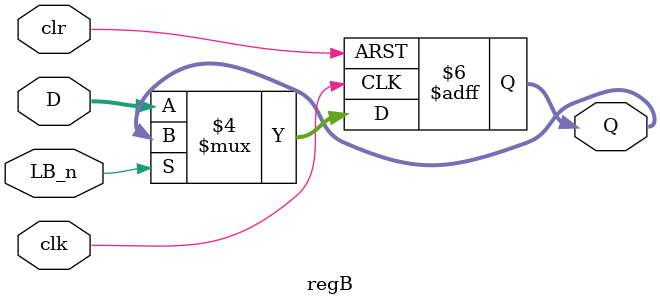
<source format=v>
module regB (clr, clk, D, Q,LB_n);
input clr;
input clk,LB_n;
input [7:0] D;
output reg [7:0] Q;

always @(posedge clk or negedge clr)
begin
	if (!clr)
		Q <= 0;
	else if(!LB_n)
		Q <= D;
end
endmodule
</source>
